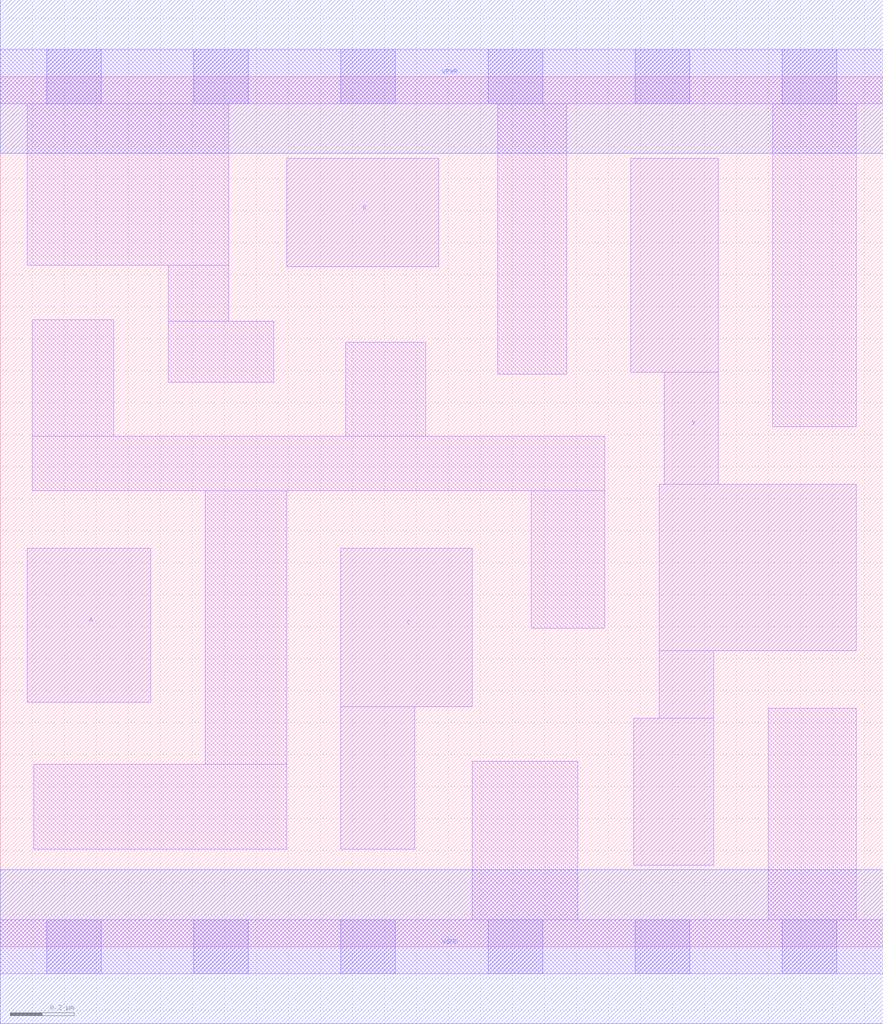
<source format=lef>
# Copyright 2020 The SkyWater PDK Authors
#
# Licensed under the Apache License, Version 2.0 (the "License");
# you may not use this file except in compliance with the License.
# You may obtain a copy of the License at
#
#     https://www.apache.org/licenses/LICENSE-2.0
#
# Unless required by applicable law or agreed to in writing, software
# distributed under the License is distributed on an "AS IS" BASIS,
# WITHOUT WARRANTIES OR CONDITIONS OF ANY KIND, either express or implied.
# See the License for the specific language governing permissions and
# limitations under the License.
#
# SPDX-License-Identifier: Apache-2.0

VERSION 5.7 ;
  NOWIREEXTENSIONATPIN ON ;
  DIVIDERCHAR "/" ;
  BUSBITCHARS "[]" ;
UNITS
  DATABASE MICRONS 200 ;
END UNITS
MACRO sky130_fd_sc_hd__and3_2
  CLASS CORE ;
  FOREIGN sky130_fd_sc_hd__and3_2 ;
  ORIGIN  0.000000  0.000000 ;
  SIZE  2.760000 BY  2.720000 ;
  SYMMETRY X Y R90 ;
  SITE unithd ;
  PIN A
    ANTENNAGATEAREA  0.126000 ;
    DIRECTION INPUT ;
    USE SIGNAL ;
    PORT
      LAYER li1 ;
        RECT 0.085000 0.765000 0.470000 1.245000 ;
    END
  END A
  PIN B
    ANTENNAGATEAREA  0.126000 ;
    DIRECTION INPUT ;
    USE SIGNAL ;
    PORT
      LAYER li1 ;
        RECT 0.895000 2.125000 1.370000 2.465000 ;
    END
  END B
  PIN C
    ANTENNAGATEAREA  0.126000 ;
    DIRECTION INPUT ;
    USE SIGNAL ;
    PORT
      LAYER li1 ;
        RECT 1.065000 0.305000 1.295000 0.750000 ;
        RECT 1.065000 0.750000 1.475000 1.245000 ;
    END
  END C
  PIN X
    ANTENNADIFFAREA  0.445500 ;
    DIRECTION OUTPUT ;
    USE SIGNAL ;
    PORT
      LAYER li1 ;
        RECT 1.970000 1.795000 2.245000 2.465000 ;
        RECT 1.980000 0.255000 2.230000 0.715000 ;
        RECT 2.060000 0.715000 2.230000 0.925000 ;
        RECT 2.060000 0.925000 2.675000 1.445000 ;
        RECT 2.075000 1.445000 2.245000 1.795000 ;
    END
  END X
  PIN VGND
    DIRECTION INOUT ;
    SHAPE ABUTMENT ;
    USE GROUND ;
    PORT
      LAYER met1 ;
        RECT 0.000000 -0.240000 2.760000 0.240000 ;
    END
  END VGND
  PIN VPWR
    DIRECTION INOUT ;
    SHAPE ABUTMENT ;
    USE POWER ;
    PORT
      LAYER met1 ;
        RECT 0.000000 2.480000 2.760000 2.960000 ;
    END
  END VPWR
  OBS
    LAYER li1 ;
      RECT 0.000000 -0.085000 2.760000 0.085000 ;
      RECT 0.000000  2.635000 2.760000 2.805000 ;
      RECT 0.085000  2.130000 0.715000 2.635000 ;
      RECT 0.100000  1.425000 1.890000 1.595000 ;
      RECT 0.100000  1.595000 0.355000 1.960000 ;
      RECT 0.105000  0.305000 0.895000 0.570000 ;
      RECT 0.525000  1.765000 0.855000 1.955000 ;
      RECT 0.525000  1.955000 0.715000 2.130000 ;
      RECT 0.640000  0.570000 0.895000 1.425000 ;
      RECT 1.080000  1.595000 1.330000 1.890000 ;
      RECT 1.475000  0.085000 1.805000 0.580000 ;
      RECT 1.555000  1.790000 1.770000 2.635000 ;
      RECT 1.660000  0.995000 1.890000 1.425000 ;
      RECT 2.400000  0.085000 2.675000 0.745000 ;
      RECT 2.415000  1.625000 2.675000 2.635000 ;
    LAYER mcon ;
      RECT 0.145000 -0.085000 0.315000 0.085000 ;
      RECT 0.145000  2.635000 0.315000 2.805000 ;
      RECT 0.605000 -0.085000 0.775000 0.085000 ;
      RECT 0.605000  2.635000 0.775000 2.805000 ;
      RECT 1.065000 -0.085000 1.235000 0.085000 ;
      RECT 1.065000  2.635000 1.235000 2.805000 ;
      RECT 1.525000 -0.085000 1.695000 0.085000 ;
      RECT 1.525000  2.635000 1.695000 2.805000 ;
      RECT 1.985000 -0.085000 2.155000 0.085000 ;
      RECT 1.985000  2.635000 2.155000 2.805000 ;
      RECT 2.445000 -0.085000 2.615000 0.085000 ;
      RECT 2.445000  2.635000 2.615000 2.805000 ;
  END
END sky130_fd_sc_hd__and3_2
END LIBRARY

</source>
